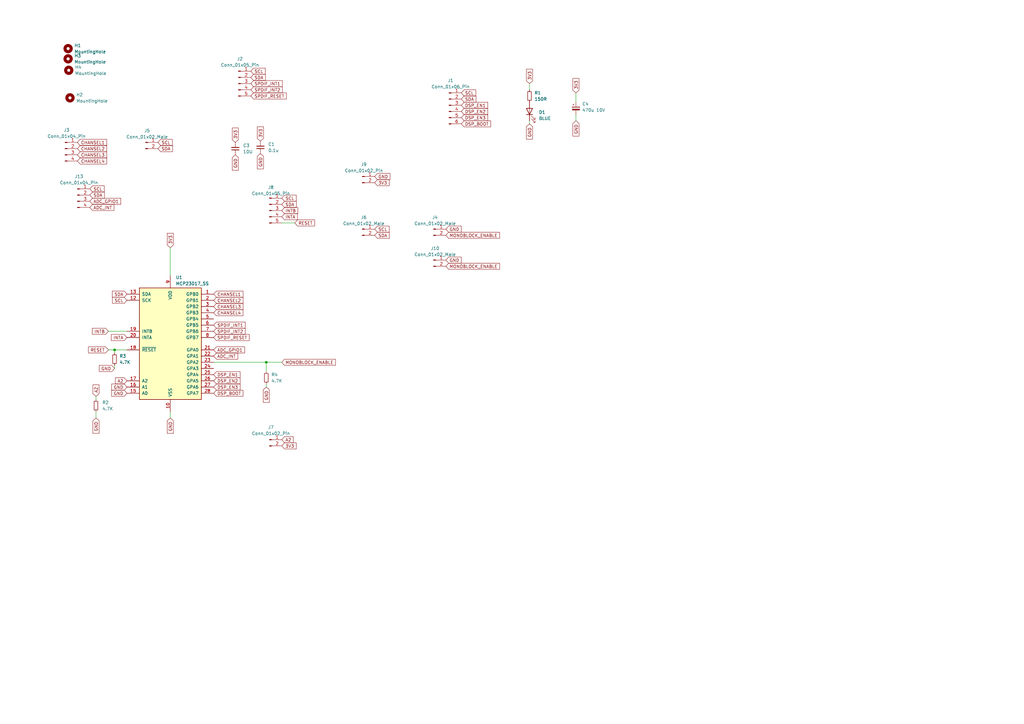
<source format=kicad_sch>
(kicad_sch (version 20231120) (generator "eeschema") (generator_version "8.0")
  (paper "A3")
  (lib_symbols
    (symbol "Connector:Conn_01x02_Male" (pin_names (offset 1.016) hide)
      (property "Reference" "J" (at 0 2.54 0))
      (property "Value" "Conn_01x02_Male" (at 0 -5.08 0))
      (symbol "Conn_01x02_Male_1_1"
        (polyline (pts (xy 1.27 -2.54) (xy 0.8636 -2.54)) (stroke (width 0.1524)))
        (polyline (pts (xy 1.27 0) (xy 0.8636 0)) (stroke (width 0.1524)))
        (rectangle (start 0.8636 -2.413) (end 0 -2.667) (stroke (width 0.1524)) (fill (type outline)))
        (rectangle (start 0.8636 0.127) (end 0 -0.127) (stroke (width 0.1524)) (fill (type outline)))
        (pin passive line (at 5.08 0 180) (length 3.81) (name "Pin_1") (number "1"))
        (pin passive line (at 5.08 -2.54 180) (length 3.81) (name "Pin_2") (number "2"))
      )
    )
    (symbol "Connector:Conn_01x02_Pin" (pin_names (offset 1.016) hide)
      (property "Reference" "J" (at 0 2.54 0))
      (property "Value" "Conn_01x02_Pin" (at 0 -5.08 0))
      (symbol "Conn_01x02_Pin_1_1"
        (polyline (pts (xy 1.27 -2.54) (xy 0.8636 -2.54)) (stroke (width 0.1524)))
        (polyline (pts (xy 1.27 0) (xy 0.8636 0)) (stroke (width 0.1524)))
        (rectangle (start 0.8636 -2.413) (end 0 -2.667) (stroke (width 0.1524)) (fill (type outline)))
        (rectangle (start 0.8636 0.127) (end 0 -0.127) (stroke (width 0.1524)) (fill (type outline)))
        (pin passive line (at 5.08 0 180) (length 3.81) (name "Pin_1") (number "1"))
        (pin passive line (at 5.08 -2.54 180) (length 3.81) (name "Pin_2") (number "2"))
      )
    )
    (symbol "Connector:Conn_01x04_Pin" (pin_names (offset 1.016) hide)
      (property "Reference" "J" (at 0 5.08 0))
      (property "Value" "Conn_01x04_Pin" (at 0 -7.62 0))
      (symbol "Conn_01x04_Pin_1_1"
        (polyline (pts (xy 1.27 -5.08) (xy 0.8636 -5.08)) (stroke (width 0.1524)))
        (polyline (pts (xy 1.27 -2.54) (xy 0.8636 -2.54)) (stroke (width 0.1524)))
        (polyline (pts (xy 1.27 0) (xy 0.8636 0)) (stroke (width 0.1524)))
        (polyline (pts (xy 1.27 2.54) (xy 0.8636 2.54)) (stroke (width 0.1524)))
        (rectangle (start 0.8636 -4.953) (end 0 -5.207) (stroke (width 0.1524)) (fill (type outline)))
        (rectangle (start 0.8636 -2.413) (end 0 -2.667) (stroke (width 0.1524)) (fill (type outline)))
        (rectangle (start 0.8636 0.127) (end 0 -0.127) (stroke (width 0.1524)) (fill (type outline)))
        (rectangle (start 0.8636 2.667) (end 0 2.413) (stroke (width 0.1524)) (fill (type outline)))
        (pin passive line (at 5.08 2.54 180) (length 3.81) (name "Pin_1") (number "1"))
        (pin passive line (at 5.08 0 180) (length 3.81) (name "Pin_2") (number "2"))
        (pin passive line (at 5.08 -2.54 180) (length 3.81) (name "Pin_3") (number "3"))
        (pin passive line (at 5.08 -5.08 180) (length 3.81) (name "Pin_4") (number "4"))
      )
    )
    (symbol "Connector:Conn_01x05_Pin" (pin_names (offset 1.016) hide)
      (property "Reference" "J" (at 0 7.62 0))
      (property "Value" "Conn_01x05_Pin" (at 0 -7.62 0))
      (symbol "Conn_01x05_Pin_1_1"
        (polyline (pts (xy 1.27 -5.08) (xy 0.8636 -5.08)) (stroke (width 0.1524)))
        (polyline (pts (xy 1.27 -2.54) (xy 0.8636 -2.54)) (stroke (width 0.1524)))
        (polyline (pts (xy 1.27 0) (xy 0.8636 0)) (stroke (width 0.1524)))
        (polyline (pts (xy 1.27 2.54) (xy 0.8636 2.54)) (stroke (width 0.1524)))
        (polyline (pts (xy 1.27 5.08) (xy 0.8636 5.08)) (stroke (width 0.1524)))
        (rectangle (start 0.8636 -4.953) (end 0 -5.207) (stroke (width 0.1524)) (fill (type outline)))
        (rectangle (start 0.8636 -2.413) (end 0 -2.667) (stroke (width 0.1524)) (fill (type outline)))
        (rectangle (start 0.8636 0.127) (end 0 -0.127) (stroke (width 0.1524)) (fill (type outline)))
        (rectangle (start 0.8636 2.667) (end 0 2.413) (stroke (width 0.1524)) (fill (type outline)))
        (rectangle (start 0.8636 5.207) (end 0 4.953) (stroke (width 0.1524)) (fill (type outline)))
        (pin passive line (at 5.08 5.08 180) (length 3.81) (name "Pin_1") (number "1"))
        (pin passive line (at 5.08 2.54 180) (length 3.81) (name "Pin_2") (number "2"))
        (pin passive line (at 5.08 0 180) (length 3.81) (name "Pin_3") (number "3"))
        (pin passive line (at 5.08 -2.54 180) (length 3.81) (name "Pin_4") (number "4"))
        (pin passive line (at 5.08 -5.08 180) (length 3.81) (name "Pin_5") (number "5"))
      )
    )
    (symbol "Connector:Conn_01x06_Pin" (pin_names (offset 1.016) hide)
      (property "Reference" "J" (at 0 7.62 0))
      (property "Value" "Conn_01x06_Pin" (at 0 -10.16 0))
      (symbol "Conn_01x06_Pin_1_1"
        (polyline (pts (xy 1.27 -7.62) (xy 0.8636 -7.62)) (stroke (width 0.1524)))
        (polyline (pts (xy 1.27 -5.08) (xy 0.8636 -5.08)) (stroke (width 0.1524)))
        (polyline (pts (xy 1.27 -2.54) (xy 0.8636 -2.54)) (stroke (width 0.1524)))
        (polyline (pts (xy 1.27 0) (xy 0.8636 0)) (stroke (width 0.1524)))
        (polyline (pts (xy 1.27 2.54) (xy 0.8636 2.54)) (stroke (width 0.1524)))
        (polyline (pts (xy 1.27 5.08) (xy 0.8636 5.08)) (stroke (width 0.1524)))
        (rectangle (start 0.8636 -7.493) (end 0 -7.747) (stroke (width 0.1524)) (fill (type outline)))
        (rectangle (start 0.8636 -4.953) (end 0 -5.207) (stroke (width 0.1524)) (fill (type outline)))
        (rectangle (start 0.8636 -2.413) (end 0 -2.667) (stroke (width 0.1524)) (fill (type outline)))
        (rectangle (start 0.8636 0.127) (end 0 -0.127) (stroke (width 0.1524)) (fill (type outline)))
        (rectangle (start 0.8636 2.667) (end 0 2.413) (stroke (width 0.1524)) (fill (type outline)))
        (rectangle (start 0.8636 5.207) (end 0 4.953) (stroke (width 0.1524)) (fill (type outline)))
        (pin passive line (at 5.08 5.08 180) (length 3.81) (name "Pin_1") (number "1"))
        (pin passive line (at 5.08 2.54 180) (length 3.81) (name "Pin_2") (number "2"))
        (pin passive line (at 5.08 0 180) (length 3.81) (name "Pin_3") (number "3"))
        (pin passive line (at 5.08 -2.54 180) (length 3.81) (name "Pin_4") (number "4"))
        (pin passive line (at 5.08 -5.08 180) (length 3.81) (name "Pin_5") (number "5"))
        (pin passive line (at 5.08 -7.62 180) (length 3.81) (name "Pin_6") (number "6"))
      )
    )
    (symbol "Device:C_Polarized_Small" (pin_numbers hide) (pin_names (offset 0.254) hide)
      (property "Reference" "C" (at 0.254 1.778 0))
      (property "Value" "C_Polarized_Small" (at 0.254 -2.032 0))
      (symbol "C_Polarized_Small_0_1"
        (rectangle (start -1.524 -0.3048) (end 1.524 -0.6858) (fill (type outline)))
        (rectangle (start -1.524 0.6858) (end 1.524 0.3048))
        (polyline (pts (xy -1.27 1.524) (xy -0.762 1.524)))
        (polyline (pts (xy -1.016 1.27) (xy -1.016 1.778)))
      )
      (symbol "C_Polarized_Small_1_1"
        (pin passive line (at 0 2.54 270) (length 1.8542) (name "~") (number "1"))
        (pin passive line (at 0 -2.54 90) (length 1.8542) (name "~") (number "2"))
      )
    )
    (symbol "Device:C_Small" (pin_numbers hide) (pin_names (offset 0.254) hide)
      (property "Reference" "C" (at 0.254 1.778 0))
      (property "Value" "C_Small" (at 0.254 -2.032 0))
      (symbol "C_Small_0_1"
        (polyline (pts (xy -1.524 -0.508) (xy 1.524 -0.508)) (stroke (width 0.3302)))
        (polyline (pts (xy -1.524 0.508) (xy 1.524 0.508)) (stroke (width 0.3048)))
      )
      (symbol "C_Small_1_1"
        (pin passive line (at 0 2.54 270) (length 2.032) (name "~") (number "1"))
        (pin passive line (at 0 -2.54 90) (length 2.032) (name "~") (number "2"))
      )
    )
    (symbol "Device:LED" (pin_numbers hide) (pin_names (offset 1.016) hide)
      (property "Reference" "D" (at 0 2.54 0))
      (property "Value" "LED" (at 0 -2.54 0))
      (symbol "LED_0_1"
        (polyline (pts (xy -1.27 -1.27) (xy -1.27 1.27)) (stroke (width 0.254)))
        (polyline (pts (xy -1.27 0) (xy 1.27 0)))
        (polyline (pts (xy 1.27 -1.27) (xy 1.27 1.27) (xy -1.27 0) (xy 1.27 -1.27)) (stroke (width 0.254)))
        (polyline (pts (xy -3.048 -0.762) (xy -4.572 -2.286) (xy -3.81 -2.286) (xy -4.572 -2.286) (xy -4.572 -1.524)))
        (polyline (pts (xy -1.778 -0.762) (xy -3.302 -2.286) (xy -2.54 -2.286) (xy -3.302 -2.286) (xy -3.302 -1.524)))
      )
      (symbol "LED_1_1"
        (pin passive line (at -3.81 0 0) (length 2.54) (name "K") (number "1"))
        (pin passive line (at 3.81 0 180) (length 2.54) (name "A") (number "2"))
      )
    )
    (symbol "Device:R_Small" (pin_numbers hide) (pin_names (offset 0.254) hide)
      (property "Reference" "R" (at 0.762 0.508 0))
      (property "Value" "R_Small" (at 0.762 -1.016 0))
      (symbol "R_Small_0_1"
        (rectangle (start -0.762 1.778) (end 0.762 -1.778) (stroke (width 0.2032)))
      )
      (symbol "R_Small_1_1"
        (pin passive line (at 0 2.54 270) (length 0.762) (name "~") (number "1"))
        (pin passive line (at 0 -2.54 90) (length 0.762) (name "~") (number "2"))
      )
    )
    (symbol "Interface_Expansion:MCP23017_SS" (pin_names (offset 1.016))
      (property "Reference" "U" (at -11.43 24.13 0))
      (property "Value" "MCP23017_SS" (at 0 0 0))
      (symbol "MCP23017_SS_0_1"
        (rectangle (start -12.7 22.86) (end 12.7 -22.86) (stroke (width 0.254)) (fill (type background)))
      )
      (symbol "MCP23017_SS_1_1"
        (pin bidirectional line (at 17.78 20.32 180) (length 5.08) (name "GPB0") (number "1"))
        (pin power_in line (at 0 -27.94 90) (length 5.08) (name "VSS") (number "10"))
        (pin no_connect line (at -12.7 15.24 0) (length 5.08) hide (name "NC") (number "11"))
        (pin input line (at -17.78 17.78 0) (length 5.08) (name "SCK") (number "12"))
        (pin bidirectional line (at -17.78 20.32 0) (length 5.08) (name "SDA") (number "13"))
        (pin no_connect line (at -12.7 12.7 0) (length 5.08) hide (name "NC") (number "14"))
        (pin input line (at -17.78 -20.32 0) (length 5.08) (name "A0") (number "15"))
        (pin input line (at -17.78 -17.78 0) (length 5.08) (name "A1") (number "16"))
        (pin input line (at -17.78 -15.24 0) (length 5.08) (name "A2") (number "17"))
        (pin input line (at -17.78 -2.54 0) (length 5.08) (name "~{RESET}") (number "18"))
        (pin tri_state line (at -17.78 5.08 0) (length 5.08) (name "INTB") (number "19"))
        (pin bidirectional line (at 17.78 17.78 180) (length 5.08) (name "GPB1") (number "2"))
        (pin tri_state line (at -17.78 2.54 0) (length 5.08) (name "INTA") (number "20"))
        (pin bidirectional line (at 17.78 -2.54 180) (length 5.08) (name "GPA0") (number "21"))
        (pin bidirectional line (at 17.78 -5.08 180) (length 5.08) (name "GPA1") (number "22"))
        (pin bidirectional line (at 17.78 -7.62 180) (length 5.08) (name "GPA2") (number "23"))
        (pin bidirectional line (at 17.78 -10.16 180) (length 5.08) (name "GPA3") (number "24"))
        (pin bidirectional line (at 17.78 -12.7 180) (length 5.08) (name "GPA4") (number "25"))
        (pin bidirectional line (at 17.78 -15.24 180) (length 5.08) (name "GPA5") (number "26"))
        (pin bidirectional line (at 17.78 -17.78 180) (length 5.08) (name "GPA6") (number "27"))
        (pin bidirectional line (at 17.78 -20.32 180) (length 5.08) (name "GPA7") (number "28"))
        (pin bidirectional line (at 17.78 15.24 180) (length 5.08) (name "GPB2") (number "3"))
        (pin bidirectional line (at 17.78 12.7 180) (length 5.08) (name "GPB3") (number "4"))
        (pin bidirectional line (at 17.78 10.16 180) (length 5.08) (name "GPB4") (number "5"))
        (pin bidirectional line (at 17.78 7.62 180) (length 5.08) (name "GPB5") (number "6"))
        (pin bidirectional line (at 17.78 5.08 180) (length 5.08) (name "GPB6") (number "7"))
        (pin bidirectional line (at 17.78 2.54 180) (length 5.08) (name "GPB7") (number "8"))
        (pin power_in line (at 0 27.94 270) (length 5.08) (name "VDD") (number "9"))
      )
    )
    (symbol "Mechanical:MountingHole" (pin_names (offset 1.016))
      (property "Reference" "H" (at 0 5.08 0))
      (property "Value" "MountingHole" (at 0 3.175 0))
      (symbol "MountingHole_0_1"
        (circle (center 0 0) (radius 1.27) (stroke (width 1.27)))
      )
    )
  )
  (junction (at 46.99 143.51))
  (junction (at 109.22 148.59))
  (wire (pts (xy 69.85 171.45) (xy 69.85 168.91)))
  (wire (pts (xy 39.37 168.91) (xy 39.37 171.45)))
  (wire (pts (xy 115.57 91.44) (xy 120.904 91.44)))
  (wire (pts (xy 236.22 49.53) (xy 236.22 46.99)))
  (wire (pts (xy 46.99 143.51) (xy 52.07 143.51)))
  (wire (pts (xy 46.99 151.13) (xy 46.99 149.86)))
  (wire (pts (xy 217.17 50.8) (xy 217.17 49.53)))
  (wire (pts (xy 109.22 152.4) (xy 109.22 148.59)))
  (wire (pts (xy 39.37 162.56) (xy 39.37 163.83)))
  (wire (pts (xy 46.99 144.78) (xy 46.99 143.51)))
  (wire (pts (xy 109.22 148.59) (xy 87.63 148.59)))
  (wire (pts (xy 115.57 148.59) (xy 109.22 148.59)))
  (wire (pts (xy 236.22 38.1) (xy 236.22 41.91)))
  (wire (pts (xy 44.45 135.89) (xy 52.07 135.89)))
  (wire (pts (xy 44.45 143.51) (xy 46.99 143.51)))
  (wire (pts (xy 69.85 101.6) (xy 69.85 113.03)))
  (wire (pts (xy 109.22 158.75) (xy 109.22 157.48)))
  (wire (pts (xy 217.17 34.29) (xy 217.17 36.83)))
  (global_label "GND" (shape input) (at 96.52 63.5 270) (property "Intersheetrefs" "${INTERSHEET_REFS}" (effects (hide yes))))
  (global_label "CHANSEL4" (shape input) (at 87.63 128.27 0) (property "Intersheetrefs" "${INTERSHEET_REFS}" (effects (hide yes))))
  (global_label "3V3" (shape input) (at 217.17 34.29 90) (property "Intersheetrefs" "${INTERSHEET_REFS}" (effects (hide yes))))
  (global_label "RESET" (shape input) (at 120.904 91.44 0) (property "Intersheetrefs" "${INTERSHEET_REFS}" (effects (hide yes))))
  (global_label "SPDIF_RESET" (shape input) (at 102.87 39.37 0) (property "Intersheetrefs" "${INTERSHEET_REFS}" (effects (hide yes))))
  (global_label "GND" (shape input) (at 182.88 106.68 0) (property "Intersheetrefs" "${INTERSHEET_REFS}" (effects (hide yes))))
  (global_label "DSP_EN2" (shape input) (at 189.23 45.72 0) (property "Intersheetrefs" "${INTERSHEET_REFS}" (effects (hide yes))))
  (global_label "SCL" (shape input) (at 102.87 29.21 0) (property "Intersheetrefs" "${INTERSHEET_REFS}" (effects (hide yes))))
  (global_label "GND" (shape input) (at 52.07 161.29 180) (property "Intersheetrefs" "${INTERSHEET_REFS}" (effects (hide yes))))
  (global_label "DSP_EN3" (shape input) (at 189.23 48.26 0) (property "Intersheetrefs" "${INTERSHEET_REFS}" (effects (hide yes))))
  (global_label "DSP_EN1" (shape input) (at 189.23 43.18 0) (property "Intersheetrefs" "${INTERSHEET_REFS}" (effects (hide yes))))
  (global_label "MONOBLOCK_ENABLE" (shape input) (at 182.88 96.52 0) (property "Intersheetrefs" "${INTERSHEET_REFS}" (effects (hide yes))))
  (global_label "ADC_GPIO1" (shape input) (at 36.83 82.55 0) (property "Intersheetrefs" "${INTERSHEET_REFS}" (effects (hide yes))))
  (global_label "A2" (shape input) (at 52.07 156.21 180) (property "Intersheetrefs" "${INTERSHEET_REFS}" (effects (hide yes))))
  (global_label "CHANSEL1" (shape input) (at 31.75 58.42 0) (property "Intersheetrefs" "${INTERSHEET_REFS}" (effects (hide yes))))
  (global_label "GND" (shape input) (at 46.99 151.13 180) (property "Intersheetrefs" "${INTERSHEET_REFS}" (effects (hide yes))))
  (global_label "CHANSEL2" (shape input) (at 31.75 60.96 0) (property "Intersheetrefs" "${INTERSHEET_REFS}" (effects (hide yes))))
  (global_label "MONOBLOCK_ENABLE" (shape input) (at 115.57 148.59 0) (property "Intersheetrefs" "${INTERSHEET_REFS}" (effects (hide yes))))
  (global_label "SDA" (shape input) (at 102.87 31.75 0) (property "Intersheetrefs" "${INTERSHEET_REFS}" (effects (hide yes))))
  (global_label "GND" (shape input) (at 153.67 72.39 0) (property "Intersheetrefs" "${INTERSHEET_REFS}" (effects (hide yes))))
  (global_label "SCL" (shape input) (at 64.77 58.42 0) (property "Intersheetrefs" "${INTERSHEET_REFS}" (effects (hide yes))))
  (global_label "GND" (shape input) (at 236.22 49.53 270) (property "Intersheetrefs" "${INTERSHEET_REFS}" (effects (hide yes))))
  (global_label "GND" (shape input) (at 69.85 171.45 270) (property "Intersheetrefs" "${INTERSHEET_REFS}" (effects (hide yes))))
  (global_label "SPDIF_INT2" (shape input) (at 87.63 135.89 0) (property "Intersheetrefs" "${INTERSHEET_REFS}" (effects (hide yes))))
  (global_label "GND" (shape input) (at 109.22 158.75 270) (property "Intersheetrefs" "${INTERSHEET_REFS}" (effects (hide yes))))
  (global_label "SCL" (shape input) (at 189.23 38.1 0) (property "Intersheetrefs" "${INTERSHEET_REFS}" (effects (hide yes))))
  (global_label "DSP_EN2" (shape input) (at 87.63 156.21 0) (property "Intersheetrefs" "${INTERSHEET_REFS}" (effects (hide yes))))
  (global_label "INTA" (shape input) (at 52.07 138.43 180) (property "Intersheetrefs" "${INTERSHEET_REFS}" (effects (hide yes))))
  (global_label "GND" (shape input) (at 39.37 171.45 270) (property "Intersheetrefs" "${INTERSHEET_REFS}" (effects (hide yes))))
  (global_label "SDA" (shape input) (at 52.07 120.65 180) (property "Intersheetrefs" "${INTERSHEET_REFS}" (effects (hide yes))))
  (global_label "3V3" (shape input) (at 69.85 101.6 90) (property "Intersheetrefs" "${INTERSHEET_REFS}" (effects (hide yes))))
  (global_label "CHANSEL2" (shape input) (at 87.63 123.19 0) (property "Intersheetrefs" "${INTERSHEET_REFS}" (effects (hide yes))))
  (global_label "SPDIF_INT1" (shape input) (at 102.87 34.29 0) (property "Intersheetrefs" "${INTERSHEET_REFS}" (effects (hide yes))))
  (global_label "ADC_GPIO1" (shape input) (at 87.63 143.51 0) (property "Intersheetrefs" "${INTERSHEET_REFS}" (effects (hide yes))))
  (global_label "GND" (shape input) (at 182.88 93.98 0) (property "Intersheetrefs" "${INTERSHEET_REFS}" (effects (hide yes))))
  (global_label "MONOBLOCK_ENABLE" (shape input) (at 182.88 109.22 0) (property "Intersheetrefs" "${INTERSHEET_REFS}" (effects (hide yes))))
  (global_label "ADC_INT" (shape input) (at 36.83 85.09 0) (property "Intersheetrefs" "${INTERSHEET_REFS}" (effects (hide yes))))
  (global_label "SDA" (shape input) (at 189.23 40.64 0) (property "Intersheetrefs" "${INTERSHEET_REFS}" (effects (hide yes))))
  (global_label "SDA" (shape input) (at 153.67 96.52 0) (property "Intersheetrefs" "${INTERSHEET_REFS}" (effects (hide yes))))
  (global_label "3V3" (shape input) (at 96.52 58.42 90) (property "Intersheetrefs" "${INTERSHEET_REFS}" (effects (hide yes))))
  (global_label "SDA" (shape input) (at 115.57 83.82 0) (property "Intersheetrefs" "${INTERSHEET_REFS}" (effects (hide yes))))
  (global_label "SPDIF_RESET" (shape input) (at 87.63 138.43 0) (property "Intersheetrefs" "${INTERSHEET_REFS}" (effects (hide yes))))
  (global_label "SCL" (shape input) (at 52.07 123.19 180) (property "Intersheetrefs" "${INTERSHEET_REFS}" (effects (hide yes))))
  (global_label "SCL" (shape input) (at 153.67 93.98 0) (property "Intersheetrefs" "${INTERSHEET_REFS}" (effects (hide yes))))
  (global_label "3V3" (shape input) (at 153.67 74.93 0) (property "Intersheetrefs" "${INTERSHEET_REFS}" (effects (hide yes))))
  (global_label "A2" (shape input) (at 39.37 162.56 90) (property "Intersheetrefs" "${INTERSHEET_REFS}" (effects (hide yes))))
  (global_label "SPDIF_INT2" (shape input) (at 102.87 36.83 0) (property "Intersheetrefs" "${INTERSHEET_REFS}" (effects (hide yes))))
  (global_label "ADC_INT" (shape input) (at 87.63 146.05 0) (property "Intersheetrefs" "${INTERSHEET_REFS}" (effects (hide yes))))
  (global_label "GND" (shape input) (at 106.807 62.992 270) (property "Intersheetrefs" "${INTERSHEET_REFS}" (effects (hide yes))))
  (global_label "SDA" (shape input) (at 36.83 80.01 0) (property "Intersheetrefs" "${INTERSHEET_REFS}" (effects (hide yes))))
  (global_label "3V3" (shape input) (at 115.57 182.88 0) (property "Intersheetrefs" "${INTERSHEET_REFS}" (effects (hide yes))))
  (global_label "DSP_BOOT" (shape input) (at 87.63 161.29 0) (property "Intersheetrefs" "${INTERSHEET_REFS}" (effects (hide yes))))
  (global_label "3V3" (shape input) (at 106.807 57.912 90) (property "Intersheetrefs" "${INTERSHEET_REFS}" (effects (hide yes))))
  (global_label "DSP_EN1" (shape input) (at 87.63 153.67 0) (property "Intersheetrefs" "${INTERSHEET_REFS}" (effects (hide yes))))
  (global_label "3V3" (shape input) (at 236.22 38.1 90) (property "Intersheetrefs" "${INTERSHEET_REFS}" (effects (hide yes))))
  (global_label "RESET" (shape input) (at 44.45 143.51 180) (property "Intersheetrefs" "${INTERSHEET_REFS}" (effects (hide yes))))
  (global_label "SDA" (shape input) (at 64.77 60.96 0) (property "Intersheetrefs" "${INTERSHEET_REFS}" (effects (hide yes))))
  (global_label "CHANSEL3" (shape input) (at 87.63 125.73 0) (property "Intersheetrefs" "${INTERSHEET_REFS}" (effects (hide yes))))
  (global_label "INTB" (shape input) (at 44.45 135.89 180) (property "Intersheetrefs" "${INTERSHEET_REFS}" (effects (hide yes))))
  (global_label "SCL" (shape input) (at 36.83 77.47 0) (property "Intersheetrefs" "${INTERSHEET_REFS}" (effects (hide yes))))
  (global_label "GND" (shape input) (at 217.17 50.8 270) (property "Intersheetrefs" "${INTERSHEET_REFS}" (effects (hide yes))))
  (global_label "CHANSEL3" (shape input) (at 31.75 63.5 0) (property "Intersheetrefs" "${INTERSHEET_REFS}" (effects (hide yes))))
  (global_label "CHANSEL1" (shape input) (at 87.63 120.65 0) (property "Intersheetrefs" "${INTERSHEET_REFS}" (effects (hide yes))))
  (global_label "A2" (shape input) (at 115.57 180.34 0) (property "Intersheetrefs" "${INTERSHEET_REFS}" (effects (hide yes))))
  (global_label "DSP_BOOT" (shape input) (at 189.23 50.8 0) (property "Intersheetrefs" "${INTERSHEET_REFS}" (effects (hide yes))))
  (global_label "INTB" (shape input) (at 115.57 86.36 0) (property "Intersheetrefs" "${INTERSHEET_REFS}" (effects (hide yes))))
  (global_label "CHANSEL4" (shape input) (at 31.75 66.04 0) (property "Intersheetrefs" "${INTERSHEET_REFS}" (effects (hide yes))))
  (global_label "SCL" (shape input) (at 115.57 81.28 0) (property "Intersheetrefs" "${INTERSHEET_REFS}" (effects (hide yes))))
  (global_label "SPDIF_INT1" (shape input) (at 87.63 133.35 0) (property "Intersheetrefs" "${INTERSHEET_REFS}" (effects (hide yes))))
  (global_label "GND" (shape input) (at 52.07 158.75 180) (property "Intersheetrefs" "${INTERSHEET_REFS}" (effects (hide yes))))
  (global_label "DSP_EN3" (shape input) (at 87.63 158.75 0) (property "Intersheetrefs" "${INTERSHEET_REFS}" (effects (hide yes))))
  (global_label "INTA" (shape input) (at 115.57 88.9 0) (property "Intersheetrefs" "${INTERSHEET_REFS}" (effects (hide yes))))
  (symbol (lib_id "Mechanical:MountingHole") (at 28.194 28.829 0) (unit 1)
    (property "Reference" "H4" (at 30.734 27.5589 0) (effects (justify left)))
    (property "Value" "MountingHole" (at 30.734 30.0989 0) (effects (justify left)))
    (property "Footprint" "MountingHole:MountingHole_3.2mm_M3_DIN965_Pad_TopOnly" (effects (hide yes)))
  )
  (symbol (lib_id "Interface_Expansion:MCP23017_SS") (at 69.85 140.97 0) (unit 1)
    (property "Reference" "U1" (at 72.0441 113.792 0) (effects (justify left)))
    (property "Value" "MCP23017_SS" (at 72.0441 116.332 0) (effects (justify left)))
    (property "Footprint" "Package_SO:SSOP-28_5.3x10.2mm_P0.65mm" (effects (hide yes)))
    (property "Datasheet" "http://ww1.microchip.com/downloads/en/DeviceDoc/20001952C.pdf" (effects (hide yes)))
  )
  (symbol (lib_id "Connector:Conn_01x05_Pin") (at 97.79 34.29 0) (unit 1)
    (property "Reference" "J2" (at 98.425 24.13 0))
    (property "Value" "Conn_01x05_Pin" (at 98.425 26.67 0))
    (property "Footprint" "Connector_JST:JST_PH_B5B-PH-K_1x05_P2.00mm_Vertical" (effects (hide yes)))
    (property "Description" "Generic connector, single row, 01x05, script generated" (effects (hide yes)))
  )
  (symbol (lib_id "Device:R_Small") (at 39.37 166.37 0) (unit 1)
    (property "Reference" "R2" (at 41.91 165.0999 0) (effects (justify left)))
    (property "Value" "4.7K" (at 41.91 167.6399 0) (effects (justify left)))
    (property "Footprint" "Resistor_SMD:R_0603_1608Metric_Pad0.98x0.95mm_HandSolder" (effects (hide yes)))
  )
  (symbol (lib_id "Connector:Conn_01x02_Male") (at 177.8 93.98 0) (unit 1)
    (property "Reference" "J4" (at 178.435 89.154 0))
    (property "Value" "Conn_01x02_Male" (at 178.435 91.694 0))
    (property "Footprint" "Connector_JST:JST_PH_B2B-PH-K_1x02_P2.00mm_Vertical" (effects (hide yes)))
  )
  (symbol (lib_id "Connector:Conn_01x04_Pin") (at 31.75 80.01 0) (unit 1)
    (property "Reference" "J13" (at 32.385 72.39 0))
    (property "Value" "Conn_01x04_Pin" (at 32.385 74.93 0))
    (property "Footprint" "Connector_JST:JST_PH_B4B-PH-K_1x04_P2.00mm_Vertical" (effects (hide yes)))
    (property "Description" "Generic connector, single row, 01x04, script generated" (effects (hide yes)))
  )
  (symbol (lib_id "Connector:Conn_01x04_Pin") (at 26.67 60.96 0) (unit 1)
    (property "Reference" "J3" (at 27.305 53.34 0))
    (property "Value" "Conn_01x04_Pin" (at 27.305 55.88 0))
    (property "Footprint" "Connector_JST:JST_PH_B4B-PH-K_1x04_P2.00mm_Vertical" (effects (hide yes)))
    (property "Description" "Generic connector, single row, 01x04, script generated" (effects (hide yes)))
  )
  (symbol (lib_id "Device:C_Small") (at 106.807 60.452 180) (unit 1)
    (property "Reference" "C1" (at 109.982 59.1756 0) (effects (justify right)))
    (property "Value" "0.1u" (at 109.982 61.7156 0) (effects (justify right)))
    (property "Footprint" "Capacitor_SMD:C_0805_2012Metric_Pad1.18x1.45mm_HandSolder" (effects (hide yes)))
  )
  (symbol (lib_id "Connector:Conn_01x02_Male") (at 59.69 58.42 0) (unit 1)
    (property "Reference" "J5" (at 60.325 53.594 0))
    (property "Value" "Conn_01x02_Male" (at 60.325 56.134 0))
    (property "Footprint" "Connector_JST:JST_PH_B2B-PH-K_1x02_P2.00mm_Vertical" (effects (hide yes)))
  )
  (symbol (lib_id "Connector:Conn_01x02_Pin") (at 110.49 180.34 0) (unit 1)
    (property "Reference" "J7" (at 111.125 175.26 0))
    (property "Value" "Conn_01x02_Pin" (at 111.125 177.8 0))
    (property "Footprint" "Connector_PinHeader_2.54mm:PinHeader_1x02_P2.54mm_Vertical" (effects (hide yes)))
    (property "Description" "Generic connector, single row, 01x02, script generated" (effects (hide yes)))
  )
  (symbol (lib_id "Connector:Conn_01x05_Pin") (at 110.49 86.36 0) (unit 1)
    (property "Reference" "J8" (at 111.125 76.835 0))
    (property "Value" "Conn_01x05_Pin" (at 111.125 79.375 0))
    (property "Footprint" "Connector_JST:JST_PH_B5B-PH-K_1x05_P2.00mm_Vertical" (effects (hide yes)))
  )
  (symbol (lib_id "Device:R_Small") (at 109.22 154.94 180) (unit 1)
    (property "Reference" "R4" (at 111.252 153.67 0) (effects (justify right)))
    (property "Value" "4.7K" (at 111.252 156.21 0) (effects (justify right)))
    (property "Footprint" "Resistor_SMD:R_0603_1608Metric_Pad0.98x0.95mm_HandSolder" (effects (hide yes)))
  )
  (symbol (lib_id "Mechanical:MountingHole") (at 27.94 24.13 0) (unit 1)
    (property "Reference" "H3" (at 30.48 22.8599 0) (effects (justify left)))
    (property "Value" "MountingHole" (at 30.48 25.3999 0) (effects (justify left)))
    (property "Footprint" "MountingHole:MountingHole_3.2mm_M3_DIN965_Pad_TopOnly" (effects (hide yes)))
  )
  (symbol (lib_id "Mechanical:MountingHole") (at 27.94 19.939 0) (unit 1)
    (property "Reference" "H1" (at 30.48 18.6689 0) (effects (justify left)))
    (property "Value" "MountingHole" (at 30.48 21.2089 0) (effects (justify left)))
    (property "Footprint" "MountingHole:MountingHole_3.2mm_M3_DIN965_Pad_TopOnly" (effects (hide yes)))
  )
  (symbol (lib_id "Device:R_Small") (at 46.99 147.32 180) (unit 1)
    (property "Reference" "R3" (at 49.022 146.05 0) (effects (justify right)))
    (property "Value" "4.7K" (at 49.022 148.59 0) (effects (justify right)))
    (property "Footprint" "Resistor_SMD:R_0603_1608Metric_Pad0.98x0.95mm_HandSolder" (effects (hide yes)))
  )
  (symbol (lib_id "Device:R_Small") (at 217.17 39.37 180) (unit 1)
    (property "Reference" "R1" (at 219.202 38.1 0) (effects (justify right)))
    (property "Value" "150R" (at 219.202 40.64 0) (effects (justify right)))
    (property "Footprint" "Resistor_SMD:R_0603_1608Metric" (effects (hide yes)))
  )
  (symbol (lib_id "Device:LED") (at 217.17 45.72 90) (unit 1)
    (property "Reference" "D1" (at 220.98 46.0374 90) (effects (justify right)))
    (property "Value" "BLUE" (at 220.98 48.5774 90) (effects (justify right)))
    (property "Footprint" "LED_SMD:LED_0603_1608Metric" (effects (hide yes)))
    (property "Description" "Light emitting diode" (effects (hide yes)))
  )
  (symbol (lib_id "Connector:Conn_01x02_Pin") (at 148.59 72.39 0) (unit 1)
    (property "Reference" "J9" (at 149.225 67.437 0))
    (property "Value" "Conn_01x02_Pin" (at 149.225 69.977 0))
    (property "Footprint" "Connector_JST:JST_PH_B2B-PH-K_1x02_P2.00mm_Vertical" (effects (hide yes)))
  )
  (symbol (lib_id "Connector:Conn_01x06_Pin") (at 184.15 43.18 0) (unit 1)
    (property "Reference" "J1" (at 184.785 33.02 0))
    (property "Value" "Conn_01x06_Pin" (at 184.785 35.56 0))
    (property "Footprint" "Connector_JST:JST_PH_B6B-PH-K_1x06_P2.00mm_Vertical" (effects (hide yes)))
    (property "Description" "Generic connector, single row, 01x06, script generated" (effects (hide yes)))
  )
  (symbol (lib_id "Device:C_Polarized_Small") (at 236.22 44.45 0) (unit 1)
    (property "Reference" "C4" (at 238.76 42.6338 0) (effects (justify left)))
    (property "Value" "470u 10V" (at 238.76 45.1738 0) (effects (justify left)))
    (property "Footprint" "Capacitor_THT:CP_Radial_D6.3mm_P2.50mm" (effects (hide yes)))
    (property "Description" "Polarized capacitor, small symbol" (effects (hide yes)))
  )
  (symbol (lib_id "Connector:Conn_01x02_Male") (at 148.59 93.98 0) (unit 1)
    (property "Reference" "J6" (at 149.225 89.154 0))
    (property "Value" "Conn_01x02_Male" (at 149.225 91.694 0))
    (property "Footprint" "Connector_JST:JST_PH_B2B-PH-K_1x02_P2.00mm_Vertical" (effects (hide yes)))
  )
  (symbol (lib_id "Mechanical:MountingHole") (at 28.702 40.132 0) (unit 1)
    (property "Reference" "H2" (at 31.242 38.8619 0) (effects (justify left)))
    (property "Value" "MountingHole" (at 31.242 41.4019 0) (effects (justify left)))
    (property "Footprint" "MountingHole:MountingHole_3.2mm_M3_DIN965_Pad_TopOnly" (effects (hide yes)))
  )
  (symbol (lib_id "Device:C_Small") (at 96.52 60.96 180) (unit 1)
    (property "Reference" "C3" (at 99.695 59.6836 0) (effects (justify right)))
    (property "Value" "10U" (at 99.695 62.2236 0) (effects (justify right)))
    (property "Footprint" "Capacitor_SMD:C_1206_3216Metric_Pad1.33x1.80mm_HandSolder" (effects (hide yes)))
  )
  (symbol (lib_id "Connector:Conn_01x02_Male") (at 177.8 106.68 0) (unit 1)
    (property "Reference" "J10" (at 178.435 101.854 0))
    (property "Value" "Conn_01x02_Male" (at 178.435 104.394 0))
    (property "Footprint" "Connector_JST:JST_PH_B2B-PH-K_1x02_P2.00mm_Vertical" (effects (hide yes)))
  )
)
</source>
